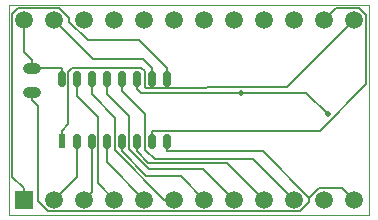
<source format=gtl>
G75*
%MOIN*%
%OFA0B0*%
%FSLAX25Y25*%
%IPPOS*%
%LPD*%
%AMOC8*
5,1,8,0,0,1.08239X$1,22.5*
%
%ADD10C,0.00000*%
%ADD11C,0.03564*%
%ADD12R,0.05906X0.05906*%
%ADD13C,0.05906*%
%ADD14R,0.02362X0.05118*%
%ADD15C,0.02339*%
%ADD16C,0.00600*%
%ADD17C,0.02000*%
D10*
X0001250Y0001000D02*
X0001250Y0071000D01*
X0121250Y0071000D01*
X0121250Y0001000D01*
X0001250Y0001000D01*
D11*
X0009968Y0042032D02*
X0009968Y0042068D01*
X0009968Y0042032D02*
X0007532Y0042032D01*
X0007532Y0042068D01*
X0009968Y0042068D01*
X0009968Y0049932D02*
X0009968Y0049968D01*
X0009968Y0049932D02*
X0007532Y0049932D01*
X0007532Y0049968D01*
X0009968Y0049968D01*
D12*
X0006250Y0006000D03*
D13*
X0016250Y0006000D03*
X0026250Y0006000D03*
X0036250Y0006000D03*
X0046250Y0006000D03*
X0056250Y0006000D03*
X0066250Y0006000D03*
X0076250Y0006000D03*
X0086250Y0006000D03*
X0096250Y0006000D03*
X0106250Y0006000D03*
X0116250Y0006000D03*
X0116250Y0066000D03*
X0106250Y0066000D03*
X0096250Y0066000D03*
X0086250Y0066000D03*
X0076250Y0066000D03*
X0066250Y0066000D03*
X0056250Y0066000D03*
X0046250Y0066000D03*
X0036250Y0066000D03*
X0026250Y0066000D03*
X0016250Y0066000D03*
X0006250Y0066000D03*
D14*
X0018750Y0025567D03*
D15*
X0023762Y0026957D02*
X0023762Y0024177D01*
X0023738Y0024177D01*
X0023738Y0026957D01*
X0023762Y0026957D01*
X0023762Y0026515D02*
X0023738Y0026515D01*
X0028762Y0026957D02*
X0028762Y0024177D01*
X0028738Y0024177D01*
X0028738Y0026957D01*
X0028762Y0026957D01*
X0028762Y0026515D02*
X0028738Y0026515D01*
X0033762Y0026957D02*
X0033762Y0024177D01*
X0033738Y0024177D01*
X0033738Y0026957D01*
X0033762Y0026957D01*
X0033762Y0026515D02*
X0033738Y0026515D01*
X0038762Y0026957D02*
X0038762Y0024177D01*
X0038738Y0024177D01*
X0038738Y0026957D01*
X0038762Y0026957D01*
X0038762Y0026515D02*
X0038738Y0026515D01*
X0043762Y0026957D02*
X0043762Y0024177D01*
X0043738Y0024177D01*
X0043738Y0026957D01*
X0043762Y0026957D01*
X0043762Y0026515D02*
X0043738Y0026515D01*
X0048762Y0026957D02*
X0048762Y0024177D01*
X0048738Y0024177D01*
X0048738Y0026957D01*
X0048762Y0026957D01*
X0048762Y0026515D02*
X0048738Y0026515D01*
X0053762Y0026957D02*
X0053762Y0024177D01*
X0053738Y0024177D01*
X0053738Y0026957D01*
X0053762Y0026957D01*
X0053762Y0026515D02*
X0053738Y0026515D01*
X0053762Y0045043D02*
X0053762Y0047823D01*
X0053762Y0045043D02*
X0053738Y0045043D01*
X0053738Y0047823D01*
X0053762Y0047823D01*
X0053762Y0047381D02*
X0053738Y0047381D01*
X0048762Y0047823D02*
X0048762Y0045043D01*
X0048738Y0045043D01*
X0048738Y0047823D01*
X0048762Y0047823D01*
X0048762Y0047381D02*
X0048738Y0047381D01*
X0043762Y0047823D02*
X0043762Y0045043D01*
X0043738Y0045043D01*
X0043738Y0047823D01*
X0043762Y0047823D01*
X0043762Y0047381D02*
X0043738Y0047381D01*
X0038762Y0047823D02*
X0038762Y0045043D01*
X0038738Y0045043D01*
X0038738Y0047823D01*
X0038762Y0047823D01*
X0038762Y0047381D02*
X0038738Y0047381D01*
X0033762Y0047823D02*
X0033762Y0045043D01*
X0033738Y0045043D01*
X0033738Y0047823D01*
X0033762Y0047823D01*
X0033762Y0047381D02*
X0033738Y0047381D01*
X0028762Y0047823D02*
X0028762Y0045043D01*
X0028738Y0045043D01*
X0028738Y0047823D01*
X0028762Y0047823D01*
X0028762Y0047381D02*
X0028738Y0047381D01*
X0023762Y0047823D02*
X0023762Y0045043D01*
X0023738Y0045043D01*
X0023738Y0047823D01*
X0023762Y0047823D01*
X0023762Y0047381D02*
X0023738Y0047381D01*
X0018762Y0047823D02*
X0018762Y0045043D01*
X0018738Y0045043D01*
X0018738Y0047823D01*
X0018762Y0047823D01*
X0018762Y0047381D02*
X0018738Y0047381D01*
D16*
X0018750Y0046433D02*
X0018750Y0049893D01*
X0012708Y0049893D01*
X0012650Y0049950D01*
X0008750Y0049950D01*
X0008750Y0052650D01*
X0006250Y0055150D01*
X0006250Y0066000D01*
X0002397Y0067854D02*
X0002397Y0013706D01*
X0006250Y0009853D01*
X0006250Y0006000D01*
X0010825Y0005710D02*
X0010825Y0037274D01*
X0008750Y0039350D01*
X0008750Y0042050D01*
X0020831Y0048540D02*
X0020831Y0031108D01*
X0018750Y0029026D01*
X0018750Y0025567D01*
X0023750Y0025567D02*
X0023750Y0013500D01*
X0016250Y0006000D01*
X0014389Y0002146D02*
X0010825Y0005710D01*
X0014389Y0002146D02*
X0098120Y0002146D01*
X0101250Y0005277D01*
X0101250Y0006691D01*
X0085834Y0022107D01*
X0053750Y0022107D01*
X0053750Y0025567D01*
X0048750Y0025567D02*
X0048750Y0029026D01*
X0104803Y0029026D01*
X0120310Y0044533D01*
X0120310Y0067554D01*
X0117804Y0070060D01*
X0110310Y0070060D01*
X0106250Y0066000D01*
X0116250Y0066000D02*
X0093831Y0043581D01*
X0067451Y0043581D01*
X0067069Y0043199D01*
X0046837Y0043199D01*
X0046549Y0043487D01*
X0046549Y0048875D01*
X0045354Y0050070D01*
X0022361Y0050070D01*
X0020831Y0048540D01*
X0023750Y0046433D02*
X0023750Y0040730D01*
X0030831Y0033648D01*
X0030831Y0011419D01*
X0036250Y0006000D01*
X0028750Y0008500D02*
X0026250Y0006000D01*
X0028750Y0008500D02*
X0028750Y0025567D01*
X0033750Y0025567D02*
X0033750Y0018500D01*
X0046250Y0006000D01*
X0053048Y0006000D02*
X0036549Y0022499D01*
X0036549Y0033400D01*
X0028750Y0041199D01*
X0028750Y0046433D01*
X0033750Y0046433D02*
X0033750Y0041327D01*
X0041250Y0033827D01*
X0041250Y0022799D01*
X0047812Y0016238D01*
X0066012Y0016238D01*
X0076250Y0006000D01*
X0066250Y0006000D02*
X0058423Y0013827D01*
X0047031Y0013827D01*
X0038750Y0022107D01*
X0038750Y0025567D01*
X0043750Y0025567D02*
X0043750Y0022107D01*
X0047550Y0018307D01*
X0073943Y0018307D01*
X0086250Y0006000D01*
X0096250Y0006000D02*
X0082723Y0019527D01*
X0049757Y0019527D01*
X0046549Y0022735D01*
X0046549Y0034594D01*
X0038750Y0042394D01*
X0038750Y0046433D01*
X0043750Y0046433D02*
X0043750Y0042974D01*
X0045099Y0041625D01*
X0078450Y0041625D01*
X0100356Y0041625D01*
X0107523Y0034457D01*
X0104604Y0010045D02*
X0101250Y0006691D01*
X0104604Y0010045D02*
X0112205Y0010045D01*
X0116250Y0006000D01*
X0056250Y0006000D02*
X0053048Y0006000D01*
X0053750Y0046433D02*
X0053750Y0049893D01*
X0044556Y0059087D01*
X0027516Y0059087D01*
X0021250Y0065352D01*
X0021250Y0066478D01*
X0017875Y0069854D01*
X0004396Y0069854D01*
X0002397Y0067854D01*
X0016250Y0066000D02*
X0029385Y0052865D01*
X0045778Y0052865D01*
X0048750Y0049893D01*
X0048750Y0046433D01*
D17*
X0078450Y0041625D03*
X0107523Y0034457D03*
M02*

</source>
